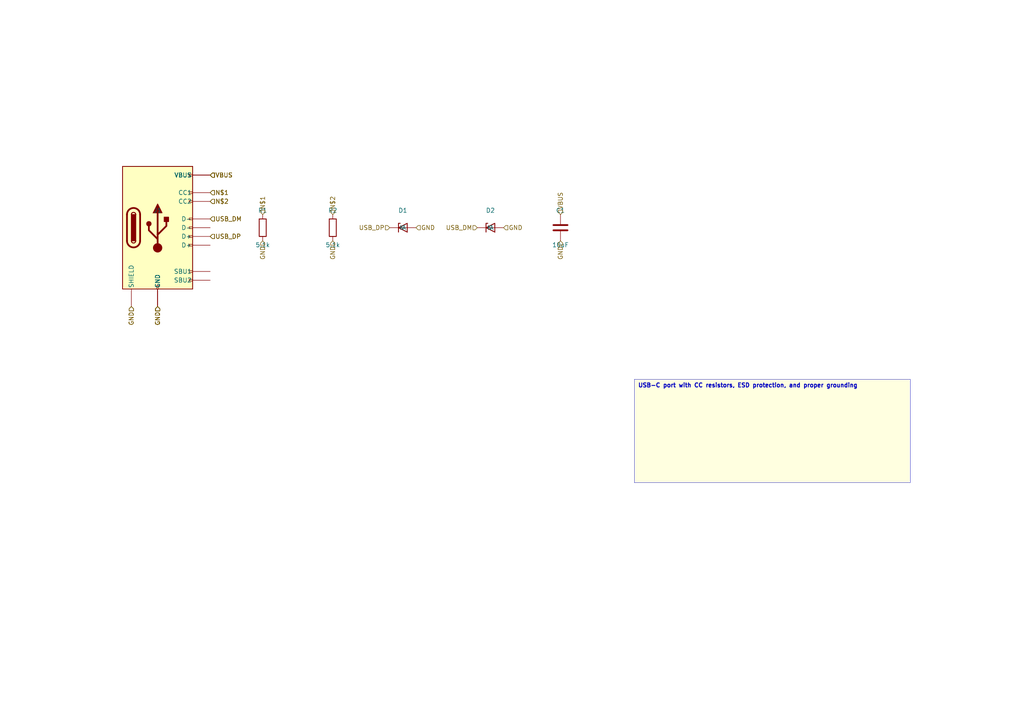
<source format=kicad_sch>
(kicad_sch (version 20250114) (generator "kicad_api") (generator_version 9.0)
  (paper A4)
  (paper A4)
  (lib_symbols
    (symbol "Connector:USB_C_Receptacle_USB2.0_16P" (pin_numbers hide) (pin_names (offset 0.254))
      (property "Reference" "J" (at 0.0 0.0 0))
      (property "Value" "USB_C_Receptacle_USB2.0_16P" (at 0.0 0.0 0))
      (symbol "USB_C_Receptacle_USB2.0_16P_0_1"
        (rectangle (start -0.254 -17.78) (end 0.254 -16.764) (stroke (width 0.0)))
        (rectangle (start 10.16 15.494) (end 9.144 14.986) (stroke (width 0.0)))
        (rectangle (start 10.16 10.414) (end 9.144 9.906) (stroke (width 0.0)))
        (rectangle (start 10.16 7.874) (end 9.144 7.366) (stroke (width 0.0)))
        (rectangle (start 10.16 2.794) (end 9.144 2.286) (stroke (width 0.0)))
        (rectangle (start 10.16 0.254) (end 9.144 -0.254) (stroke (width 0.0)))
        (rectangle (start 10.16 -2.286) (end 9.144 -2.794) (stroke (width 0.0)))
        (rectangle (start 10.16 -4.826) (end 9.144 -5.334) (stroke (width 0.0)))
        (rectangle (start 10.16 -12.446) (end 9.144 -12.954) (stroke (width 0.0)))
        (rectangle (start 10.16 -14.986) (end 9.144 -15.494) (stroke (width 0.0)))
        (rectangle (start -10.16 17.78) (end 10.16 -17.78) (stroke (width 0.254)) (fill (type background)))
        (polyline (pts (xy -8.89 -3.81) (xy -8.89 3.81)) (stroke (width 0.508)))
        (rectangle (start -7.62 -3.81) (end -6.35 3.81) (stroke (width 0.254)) (fill (type outline)))
        (arc (start -7.62 3.81) (mid -6.985 4.4423) (end -6.35 3.81) (stroke (width 0.254)))
        (arc (start -7.62 3.81) (mid -6.985 4.4423) (end -6.35 3.81) (stroke (width 0.254)))
        (arc (start -8.89 3.81) (mid -6.985 5.7067) (end -5.08 3.81) (stroke (width 0.508)))
        (arc (start -5.08 -3.81) (mid -6.985 -5.7067) (end -8.89 -3.81) (stroke (width 0.508)))
        (arc (start -6.35 -3.81) (mid -6.985 -4.4423) (end -7.62 -3.81) (stroke (width 0.254)))
        (arc (start -6.35 -3.81) (mid -6.985 -4.4423) (end -7.62 -3.81) (stroke (width 0.254)))
        (polyline (pts (xy -5.08 3.81) (xy -5.08 -3.81)) (stroke (width 0.508)))
        (circle (center -2.54 1.143) (radius 0.635) (stroke (width 0.254)) (fill (type outline)))
        (polyline (pts (xy -1.27 4.318) (xy 0.0 6.858) (xy 1.27 4.318) (xy -1.27 4.318)) (stroke (width 0.254)) (fill (type outline)))
        (polyline (pts (xy 0.0 -2.032) (xy 2.54 0.508) (xy 2.54 1.778)) (stroke (width 0.508)))
        (polyline (pts (xy 0.0 -3.302) (xy -2.54 -0.762) (xy -2.54 0.508)) (stroke (width 0.508)))
        (polyline (pts (xy 0.0 -5.842) (xy 0.0 4.318)) (stroke (width 0.508)))
        (circle (center 0.0 -5.842) (radius 1.27) (stroke (width 0.0)) (fill (type outline)))
        (rectangle (start 1.905 1.778) (end 3.175 3.048) (stroke (width 0.254)) (fill (type outline)))
      )
      (symbol "USB_C_Receptacle_USB2.0_16P_1_1"
        (pin passive line (at -7.62 -22.86 90) (length 5.08) (name SHIELD) (number S1))
        (pin passive line (at 0.0 -22.86 90) (length 5.08) (name GND) (number A1))
        (pin passive line (at 0.0 -22.86 90) (length 5.08) (name GND) (number A12))
        (pin passive line (at 0.0 -22.86 90) (length 5.08) (name GND) (number B1))
        (pin passive line (at 0.0 -22.86 90) (length 5.08) (name GND) (number B12))
        (pin passive line (at 15.24 15.24 180) (length 5.08) (name VBUS) (number A4))
        (pin passive line (at 15.24 15.24 180) (length 5.08) (name VBUS) (number A9))
        (pin passive line (at 15.24 15.24 180) (length 5.08) (name VBUS) (number B4))
        (pin passive line (at 15.24 15.24 180) (length 5.08) (name VBUS) (number B9))
        (pin bidirectional line (at 15.24 10.16 180) (length 5.08) (name CC1) (number A5))
        (pin bidirectional line (at 15.24 7.62 180) (length 5.08) (name CC2) (number B5))
        (pin bidirectional line (at 15.24 2.54 180) (length 5.08) (name D-) (number A7))
        (pin bidirectional line (at 15.24 0.0 180) (length 5.08) (name D-) (number B7))
        (pin bidirectional line (at 15.24 -2.54 180) (length 5.08) (name D+) (number A6))
        (pin bidirectional line (at 15.24 -5.08 180) (length 5.08) (name D+) (number B6))
        (pin bidirectional line (at 15.24 -12.7 180) (length 5.08) (name SBU1) (number A8))
        (pin bidirectional line (at 15.24 -15.24 180) (length 5.08) (name SBU2) (number B8))
      )
    )
    (symbol "Device:C" (pin_numbers hide) (pin_names (offset 0.254))
      (property "Reference" "C" (at 0.0 0.0 0))
      (property "Value" "C" (at 0.0 0.0 0))
      (symbol "C_0_1"
        (polyline (pts (xy -2.032 0.762) (xy 2.032 0.762)) (stroke (width 0.508)))
        (polyline (pts (xy -2.032 -0.762) (xy 2.032 -0.762)) (stroke (width 0.508)))
      )
      (symbol "C_1_1"
        (pin passive line (at 0.0 3.81 270) (length 2.794) (name ~) (number "1"))
        (pin passive line (at 0.0 -3.81 90) (length 2.794) (name ~) (number "2"))
      )
    )
    (symbol "Device:R" (pin_numbers hide) (pin_names (offset 0.254))
      (property "Reference" "R" (at 0.0 0.0 0))
      (property "Value" "R" (at 0.0 0.0 0))
      (symbol "R_0_1"
        (rectangle (start -1.016 -2.54) (end 1.016 2.54) (stroke (width 0.254)))
      )
      (symbol "R_1_1"
        (pin passive line (at 0.0 3.81 270) (length 1.27) (name ~) (number "1"))
        (pin passive line (at 0.0 -3.81 90) (length 1.27) (name ~) (number "2"))
      )
    )
    (symbol "Diode:ESD5Zxx" (pin_numbers hide) (pin_names (offset 0.254))
      (property "Reference" "D" (at 0.0 0.0 0))
      (property "Value" "ESD5Zxx" (at 0.0 0.0 0))
      (symbol "ESD5Zxx_0_1"
        (polyline (pts (xy -1.27 -1.27) (xy -1.27 1.27) (xy -0.762 1.27)) (stroke (width 0.254)))
        (polyline (pts (xy 1.27 0.0) (xy -1.27 0.0)) (stroke (width 0.0)))
        (polyline (pts (xy 1.27 -1.27) (xy 1.27 1.27) (xy -1.27 0.0) (xy 1.27 -1.27)) (stroke (width 0.254)))
      )
      (symbol "ESD5Zxx_1_1"
        (pin passive line (at -3.81 0.0 0) (length 2.54) (name K) (number "1"))
        (pin passive line (at 3.81 0.0 180) (length 2.54) (name A) (number "2"))
      )
    )
  )
  (title_block (title USB_Port) (date 2025-08-02) (company Circuit-Synth))
  (symbol (lib_id Connector:USB_C_Receptacle_USB2.0_16P) (at 45.72 66.04 0)
    (property "Reference" "J1" (at 45.72 61.040000000000006 0))
    (property "Footprint" "Connector_USB:USB_C_Receptacle_GCT_USB4105-xx-A_16P_TopMnt_Horizontal" (effects (hide yes)))
    (instances (project "circuit" (path "" (reference J1) (unit 1))) (project "ESP32_C6_Dev_Board" (path "" (reference J1) (unit 1))))
  )
  (symbol (lib_id Device:R) (at 76.2 66.04 0)
    (property "Reference" "R1" (at 76.2 61.040000000000006 0))
    (property "Value" "5.1k" (at 76.2 71.04 0))
    (property "Footprint" "Resistor_SMD:R_0603_1608Metric" (effects (hide yes)))
    (instances (project "circuit" (path "" (reference R1) (unit 1))) (project "ESP32_C6_Dev_Board" (path "" (reference R1) (unit 1))))
  )
  (symbol (lib_id Device:R) (at 96.52 66.04 0)
    (property "Reference" "R2" (at 96.52 61.040000000000006 0))
    (property "Value" "5.1k" (at 96.52 71.04 0))
    (property "Footprint" "Resistor_SMD:R_0603_1608Metric" (effects (hide yes)))
    (instances (project "circuit" (path "" (reference R2) (unit 1))) (project "ESP32_C6_Dev_Board" (path "" (reference R2) (unit 1))))
  )
  (symbol (lib_id Diode:ESD5Zxx) (at 116.84 66.04 0)
    (property "Reference" "D1" (at 116.84 61.040000000000006 0))
    (property "Footprint" "Diode_SMD:D_SOD-523" (effects (hide yes)))
    (instances (project "circuit" (path "" (reference D1) (unit 1))) (project "ESP32_C6_Dev_Board" (path "" (reference D1) (unit 1))))
  )
  (symbol (lib_id Diode:ESD5Zxx) (at 142.24 66.04 0)
    (property "Reference" "D2" (at 142.24 61.040000000000006 0))
    (property "Footprint" "Diode_SMD:D_SOD-523" (effects (hide yes)))
    (instances (project "circuit" (path "" (reference D2) (unit 1))) (project "ESP32_C6_Dev_Board" (path "" (reference D2) (unit 1))))
  )
  (symbol (lib_id Device:C) (at 162.56 66.04 0)
    (property "Reference" "C1" (at 162.56 61.040000000000006 0))
    (property "Value" "10uF" (at 162.56 71.04 0))
    (property "Footprint" "Capacitor_SMD:C_0805_2012Metric" (effects (hide yes)))
    (instances (project "circuit" (path "" (reference C1) (unit 1))) (project "ESP32_C6_Dev_Board" (path "" (reference C1) (unit 1))))
  )
  (hierarchical_label GND (shape input) (at 38.1 88.9 270))
  (hierarchical_label GND (shape input) (at 45.72 88.9 270))
  (hierarchical_label GND (shape input) (at 45.72 88.9 270))
  (hierarchical_label GND (shape input) (at 45.72 88.9 270))
  (hierarchical_label GND (shape input) (at 45.72 88.9 270))
  (hierarchical_label GND (shape input) (at 38.1 88.9 270))
  (hierarchical_label GND (shape input) (at 76.2 69.85000000000001 270))
  (hierarchical_label GND (shape input) (at 96.52 69.85000000000001 270))
  (hierarchical_label GND (shape input) (at 120.65 66.04 0))
  (hierarchical_label GND (shape input) (at 146.05 66.04 0))
  (hierarchical_label GND (shape input) (at 162.56 69.85000000000001 270))
  (hierarchical_label VBUS (shape input) (at 60.96 50.800000000000004 0))
  (hierarchical_label VBUS (shape input) (at 60.96 50.800000000000004 0))
  (hierarchical_label VBUS (shape input) (at 60.96 50.800000000000004 0))
  (hierarchical_label VBUS (shape input) (at 60.96 50.800000000000004 0))
  (hierarchical_label VBUS (shape input) (at 162.56 62.230000000000004 90))
  (hierarchical_label N$1 (shape input) (at 60.96 55.88000000000001 0))
  (hierarchical_label N$1 (shape input) (at 60.96 55.88000000000001 0))
  (hierarchical_label N$1 (shape input) (at 76.2 62.230000000000004 90))
  (hierarchical_label N$2 (shape input) (at 60.96 58.42000000000001 0))
  (hierarchical_label N$2 (shape input) (at 60.96 58.42000000000001 0))
  (hierarchical_label N$2 (shape input) (at 96.52 62.230000000000004 90))
  (hierarchical_label USB_DM (shape input) (at 60.96 63.50000000000001 0))
  (hierarchical_label USB_DM (shape input) (at 60.96 63.50000000000001 0))
  (hierarchical_label USB_DM (shape input) (at 138.43 66.04 180))
  (hierarchical_label USB_DP (shape input) (at 60.96 68.58000000000001 0))
  (hierarchical_label USB_DP (shape input) (at 60.96 68.58000000000001 0))
  (hierarchical_label USB_DP (shape input) (at 113.03 66.04 180))
  (text_box "USB-C port with CC resistors, ESD protection, and proper grounding" (exclude_from_sim yes) (at 184.0 110.0 0) (size 80.0 30.0) (margins 1.0 1.0 1.0 1.0) (stroke (width 0.1)) (fill (type color) (color 255 255 224 1)) (effects (font (size 1.2 1.2) (thickness 0.254)) (justify left top)))
)
</source>
